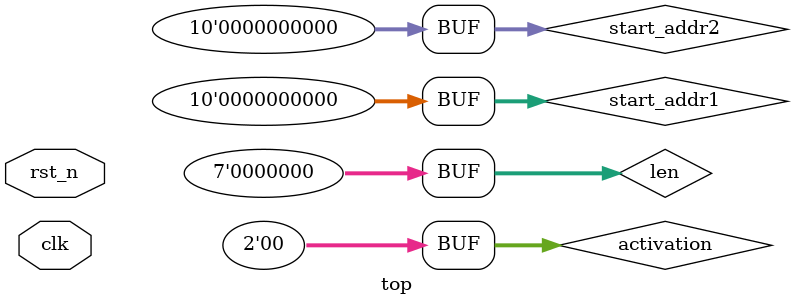
<source format=sv>
`include "../adder/adder.sv"
`include "../multiplier/multiplier.sv"

module top # (
    parameter N_COMP = 22, // 22b total
    parameter N_STORAGE = 16, // 16b total
    parameter Q = 10, // 10b fractional
    parameter TEMP_RES_STORAGE_SIZE_CIM = 848, // # of elements in the intermediate result storage
    parameter PARAMS_STORAGE_SIZE_CIM = 528, // # of elements in the model parameters storage
    parameter MAX_LEN = 64 // Maximum length of the vectors to MAC
) (
    input wire clk, rst_n
);

    // CiM memory
    logic [N_STORAGE-1:0] params [PARAMS_STORAGE_SIZE_CIM-1:0];
    logic [N_STORAGE-1:0] intermediate_res [TEMP_RES_STORAGE_SIZE_CIM-1:0];

    logic [N_STORAGE-1:0] param_data, intermediate_res_data = 'd0;
    wire [$clog2(TEMP_RES_STORAGE_SIZE_CIM)-1:0] param_addr;
    wire [$clog2(TEMP_RES_STORAGE_SIZE_CIM)-1:0] intermediate_res_addr;
    always_comb begin
    end
    always_ff @ (posedge clk) begin : memory_ctrl
        if (!rst_n) begin
            param_data <= 'd0;
            intermediate_res_data <= 'd0;
        end else begin
            param_data <= (params_mem_access_req) ? params[param_addr] : param_data;
            intermediate_res_data <= (int_res_mem_access_req) ? intermediate_res[intermediate_res_addr] : intermediate_res_data;
        end
    end

    // Control signals
    logic start, param_type;
    logic [1:0] activation = 'd0;
    logic [$clog2(MAX_LEN+1)-1:0] len = 'd0;
    logic [$clog2(TEMP_RES_STORAGE_SIZE_CIM)-1:0] start_addr1 = 'd0;
    logic [$clog2(TEMP_RES_STORAGE_SIZE_CIM)-1:0] start_addr2 = 'd0;

    // Compute signals
    logic signed [N_COMP-1:0] compute_temp, compute_temp_2, computation_result;

    // MAC outputs
    wire busy, done, int_res_mem_access_req, params_mem_access_req;

    // Adder and multiplier
    wire add_overflow, add_refresh, mul_refresh;
    wire signed [N_COMP-1:0] mul_input_q_1, mul_input_q_2, mul_output_q;
    wire signed [N_COMP-1:0] add_input_q_1, add_input_q_2, add_output_q;
    adder       #(.N(N_COMP))           add (.clk(clk), .rst_n(rst_n), .refresh(add_refresh), .input_q_1(add_input_q_1), .input_q_2(add_input_q_2), .output_q(add_output_q), .overflow(add_overflow));
    multiplier  #(.N(N_COMP), .Q(Q))    mul (.clk(clk), .rst_n(rst_n), .refresh(mul_refresh), .input_q_1(mul_input_q_1), .input_q_2(mul_input_q_2), .output_q(mul_output_q));

    mac #(
        .N_STORAGE(N_STORAGE), .N_COMP(N_COMP),
        .TEMP_RES_STORAGE_SIZE_CIM(TEMP_RES_STORAGE_SIZE_CIM),
        .MAX_LEN(MAX_LEN)
    ) mac_inst (
        .clk(clk),
        .rst_n(rst_n),
        .start(start),
        .param_type(param_type),
        .len(len),
        .start_addr1(start_addr1),
        .start_addr2(start_addr2),
        .activation(activation),
        .busy(busy),
        .done(done),
        .int_res_mem_access_req(int_res_mem_access_req),
        .params_mem_access_req(params_mem_access_req),
        .param_data(param_data),
        .intermediate_res_data(intermediate_res_data),
        .param_addr(param_addr),
        .intermediate_res_addr(intermediate_res_addr),
        .computation_result(computation_result),
        .add_output_q(add_output_q),
        .add_input_q_1(add_input_q_1),
        .add_input_q_2(add_input_q_2),
        .add_refresh(add_refresh),
        .mult_output_q(mul_output_q),
        .mult_input_q_1(mul_input_q_1),
        .mult_input_q_2(mul_input_q_2),
        .mult_refresh(mul_refresh)
    );

endmodule

</source>
